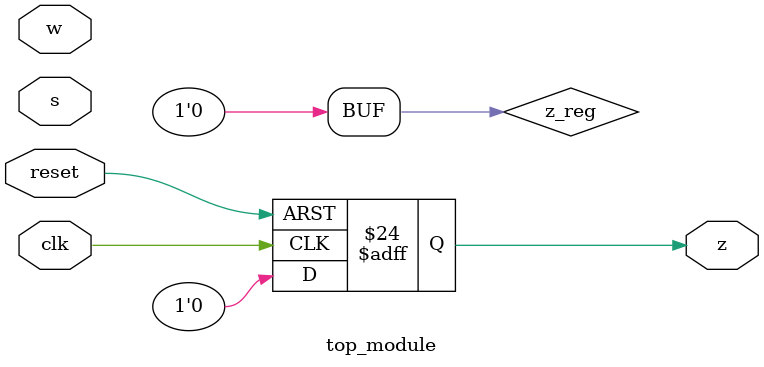
<source format=sv>
module top_module (
	input clk,
	input reset,
	input s,
	input w,
	output reg z
);

// Define the states
parameter A = 1'b0;
parameter B = 1'b1;
parameter C = 1'b0;
parameter S10 = 1'b0;
parameter S11 = 1'b0;
parameter S20 = 1'b0;
parameter S21 = 1'b0;
parameter S22 = 1'b0;

// Define the current and next state variables
reg [2:0] current_state;
reg [2:0] next_state;

// Register for z output
reg z_reg;

// State transition logic
always @(posedge clk or posedge reset) begin
	if (reset) begin
		current_state <= A;
	end else begin
		current_state <= next_state;
	end
end

// Output logic
always @(current_state) begin
	case (current_state)
		A: begin
			if (s)
				next_state = B;
			else
				next_state = A;
		end
		B: begin
			if (w)
				next_state = S11;
			else
				next_state = S10;
		end
		C: begin
			if (w)
				next_state = S11;
			else
				next_state = S10;
		end
		S10: begin
			if (w)
				next_state = S21;
			else
				next_state = S20;
		end
		S11: begin
			if (w)
				next_state = S22;
			else
				next_state = S21;
		end
		S20: begin
			next_state = B;
		end
		S21: begin
			if (w)
				next_state = C;
			else
				next_state = B;
		end
		S22: begin
			if (w)
				next_state = B;
			else
				next_state = C;
		end
		default: begin
			next_state = A;
		end
	endcase
end

// Output assignment
always @(current_state) begin
	case (current_state)
		A: begin
			z_reg = 1'b0;
		end
		B: begin
			z_reg = 1'b0;
		end
		C: begin
			z_reg = 1'b0;
		end
		S10: begin
			z_reg = 1'b0;
		end
		S11: begin
			z_reg = 1'b0;
		end
		S20: begin
			z_reg = 1'b0;
		end
		S21: begin
			z_reg = 1'b0;
		end
		S22: begin
			z_reg = 1'b0;
		end
		default: begin
			z_reg = 1'b0;
		end
	endcase
end

// Assign stable value to output
always @(posedge clk or posedge reset) begin
	if (reset) begin
		z <= 1'b0;
	end else begin
		z <= z_reg;
	end
end

endmodule

</source>
